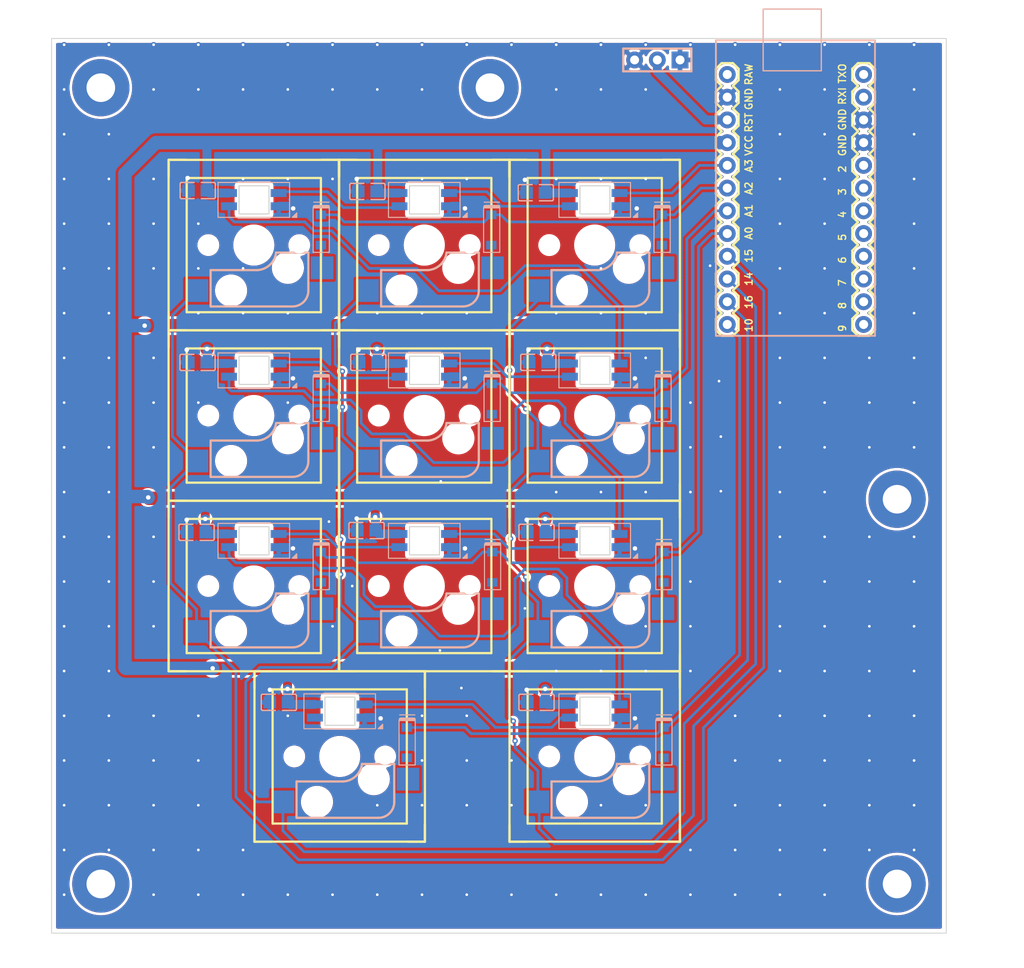
<source format=kicad_pcb>
(kicad_pcb (version 20211014) (generator pcbnew)
  (layers (0 "F.Cu" signal) (31 "B.Cu" signal) (34 "B.Paste" user) (35 "F.Paste" user) (36 "B.SilkS" user "B.Silkscreen") (37 "F.SilkS" user "F.Silkscreen") (38 "B.Mask" user) (39 "F.Mask" user) (44 "Edge.Cuts" user))
  (net 0 "")
  (net 1 "GND")
  (net 2 "+5V")
  (net 3 "row0")
  (net 4 "Net-(D1-Pad2)")
  (net 5 "Net-(D2-Pad2)")
  (net 6 "Net-(D3-Pad2)")
  (net 7 "row1")
  (net 8 "Net-(D4-Pad2)")
  (net 9 "Net-(D5-Pad2)")
  (net 10 "Net-(D6-Pad2)")
  (net 11 "row2")
  (net 12 "Net-(D7-Pad2)")
  (net 13 "Net-(D8-Pad2)")
  (net 14 "Net-(D9-Pad2)")
  (net 15 "row3")
  (net 16 "Net-(D10-Pad2)")
  (net 17 "Net-(D11-Pad2)")
  (net 18 "/reset")
  (net 19 "RGB")
  (net 20 "col2")
  (net 21 "col1")
  (net 22 "col0")
  (net 31 "Net-(SW1-Pad2)")
  (net 32 "Net-(SW1-Pad6)")
  (net 33 "Net-(SW2-Pad6)")
  (net 34 "Net-(SW4-Pad2)")
  (net 35 "Net-(SW4-Pad6)")
  (net 36 "Net-(SW5-Pad6)")
  (net 37 "Net-(SW11-Pad6)")
  (net 38 "Net-(SW7-Pad6)")
  (net 39 "Net-(SW8-Pad6)")
  (net 41 "Net-(SW10-Pad6)")
  (footprint "kicad_lceda:凯华轴座+3528反贴灯" (layer "F.Cu") (at 47.703816 -47.853828)
    (fp_text reference "SW6")
    (fp_text value "lceda")
    (fp_rect (start -1.65 -6.63) (end 1.7 -3.48) (layer "Edge.Cuts") (width 0.12) (fill none))
  )
  (footprint "MountingHole:MountingHole_3.2mm_M3_Pad" (layer "F.Cu") (at -7.5 4.5)
    (fp_text reference "REF**" hide)
    (fp_text value "MountingHole_3.2mm_M3_Pad")
  )
  (footprint "kicad_lceda:凯华轴座+3528反贴灯" (layer "F.Cu") (at 47.703816 -66.905352)
    (fp_text reference "SW3")
    (fp_text value "lceda")
    (fp_rect (start -1.65 -6.63) (end 1.7 -3.48) (layer "Edge.Cuts") (width 0.12) (fill none))
  )
  (footprint "MountingHole:MountingHole_3.2mm_M3_Pad" (layer "F.Cu") (at 36 -84.5)
    (fp_text reference "REF**" hide)
    (fp_text value "MountingHole_3.2mm_M3_Pad")
  )
  (footprint "MountingHole:MountingHole_3.2mm_M3_Pad" (layer "F.Cu") (at 81.5 -38.5)
    (fp_text reference "REF**" hide)
    (fp_text value "MountingHole_3.2mm_M3_Pad")
  )
  (footprint "kicad_lceda:凯华轴座+3528反贴灯" (layer "F.Cu") (at 9.600768 -47.853828)
    (fp_text reference "SW4")
    (fp_text value "lceda")
    (fp_rect (start -1.65 -6.63) (end 1.7 -3.48) (layer "Edge.Cuts") (width 0.12) (fill none))
  )
  (footprint "kicad_lceda:凯华轴座+3528反贴灯" (layer "F.Cu") (at 9.600768 -66.905352)
    (fp_text reference "SW1")
    (fp_text value "lceda")
    (fp_rect (start -1.65 -6.63) (end 1.7 -3.48) (layer "Edge.Cuts") (width 0.12) (fill none))
  )
  (footprint "kicad_lceda:凯华轴座+3528反贴灯" (layer "F.Cu") (at 28.652292 -66.905352)
    (fp_text reference "SW2")
    (fp_text value "lceda")
    (fp_rect (start -1.65 -6.63) (end 1.7 -3.48) (layer "Edge.Cuts") (width 0.12) (fill none))
  )
  (footprint "MountingHole:MountingHole_3.2mm_M3_Pad" (layer "F.Cu") (at 81.5 4.5)
    (fp_text reference "REF**" hide)
    (fp_text value "MountingHole_3.2mm_M3_Pad")
  )
  (footprint "kicad_lceda:凯华轴座+3528反贴灯" (layer "F.Cu") (at 28.652292 -47.853828)
    (fp_text reference "SW5")
    (fp_text value "lceda")
    (fp_rect (start -1.65 -6.63) (end 1.7 -3.48) (layer "Edge.Cuts") (width 0.12) (fill none))
  )
  (footprint "kicad_lceda:凯华轴座+3528反贴灯" (layer "F.Cu") (at 9.600768 -28.802304)
    (fp_text reference "SW7")
    (fp_text value "lceda")
    (fp_rect (start -1.65 -6.63) (end 1.7 -3.48) (layer "Edge.Cuts") (width 0.12) (fill none))
  )
  (footprint "kicad_lceda:凯华轴座+3528反贴灯" (layer "F.Cu") (at 47.703816 -28.802304)
    (fp_text reference "SW9")
    (fp_text value "lceda")
    (fp_rect (start -1.65 -6.63) (end 1.7 -3.48) (layer "Edge.Cuts") (width 0.12) (fill none))
  )
  (footprint "kicad_lceda:凯华轴座+3528反贴灯" (layer "F.Cu") (at 47.703816 -9.75078)
    (fp_text reference "SW11")
    (fp_text value "lceda")
    (fp_rect (start -1.65 -6.63) (end 1.7 -3.48) (layer "Edge.Cuts") (width 0.12) (fill none))
  )
  (footprint "kicad_lceda:凯华轴座+3528反贴灯" (layer "F.Cu") (at 19.201536 -9.75078)
    (fp_text reference "SW10")
    (fp_text value "lceda")
    (fp_rect (start -1.65 -6.63) (end 1.7 -3.48) (layer "Edge.Cuts") (width 0.12) (fill none))
  )
  (footprint "kicad_lceda:凯华轴座+3528反贴灯" (layer "F.Cu") (at 28.652292 -28.802304)
    (fp_text reference "SW8")
    (fp_text value "lceda")
    (fp_rect (start -1.65 -6.63) (end 1.7 -3.48) (layer "Edge.Cuts") (width 0.12) (fill none))
  )
  (footprint "MountingHole:MountingHole_3.2mm_M3_Pad" (layer "F.Cu") (at -7.5 -84.5)
    (fp_text reference "REF**" hide)
    (fp_text value "MountingHole_3.2mm_M3_Pad")
  )
  (footprint "kicad_lceda:SOD-123_L2.8-W1.8-LS3.7-RD" (layer "B.Cu") (at 55.2 -68.6 -90)
    (fp_text reference "D3")
    (fp_text value "1N4148W")
  )
  (footprint "kicad_lceda:C0805" (layer "B.Cu") (at 22.4 -53.8)
    (fp_text reference "C5")
    (fp_text value "100n")
  )
  (footprint "kicad_lceda:C0805" (layer "B.Cu") (at 3.31 -53.79)
    (fp_text reference "C4")
    (fp_text value "100n")
  )
  (footprint "kicad_lceda:C0805" (layer "B.Cu") (at 22.2 -35)
    (fp_text reference "C8")
    (fp_text value "100n")
  )
  (footprint "kicad_lceda:SOD-123_L2.8-W1.8-LS3.7-RD" (layer "B.Cu") (at 55.4 -30.9 -90)
    (fp_text reference "D9")
    (fp_text value "1N4148W")
  )
  (footprint "kicad_lceda:SOD-123_L2.8-W1.8-LS3.7-RD" (layer "B.Cu") (at 17.1 -49.7 -90)
    (fp_text reference "D4")
    (fp_text value "1N4148W")
  )
  (footprint "kicad_lceda:SOD-123_L2.8-W1.8-LS3.7-RD" (layer "B.Cu") (at 17.1 -30.9 -90)
    (fp_text reference "D7")
    (fp_text value "1N4148W")
  )
  (footprint "kicad_lceda:排针3P" (layer "B.Cu") (at 54.7 -87.6 180)
    (fp_text reference "J1")
    (fp_text value "lceda")
  )
  (footprint "kicad_lceda:C0805" (layer "B.Cu") (at 41.12 -72.76)
    (fp_text reference "C3")
    (fp_text value "100n")
  )
  (footprint "kicad_lceda:SOD-123_L2.8-W1.8-LS3.7-RD" (layer "B.Cu") (at 36.2 -49.7 -90)
    (fp_text reference "D5")
    (fp_text value "1N4148W")
  )
  (footprint "kicad_lceda:C0805" (layer "B.Cu") (at 3.2 -34.8)
    (fp_text reference "C7")
    (fp_text value "100n")
  )
  (footprint "kicad_lceda:C0805" (layer "B.Cu") (at 3.33 -73)
    (fp_text reference "C1")
    (fp_text value "100n")
  )
  (footprint "kicad_lceda:C0805" (layer "B.Cu") (at 12.4 -15.8)
    (fp_text reference "C10")
    (fp_text value "100n")
  )
  (footprint "kicad_lceda:SOD-123_L2.8-W1.8-LS3.7-RD" (layer "B.Cu") (at 55.3 -49.7 -90)
    (fp_text reference "D6")
    (fp_text value "1N4148W")
  )
  (footprint "kicad_lceda:SOD-123_L2.8-W1.8-LS3.7-RD" (layer "B.Cu") (at 55.4 -11.3 -90)
    (fp_text reference "D11")
    (fp_text value "1N4148W")
  )
  (footprint "kicad_lceda:C0805" (layer "B.Cu") (at 22.3 -72.9)
    (fp_text reference "C2")
    (fp_text value "100n")
  )
  (footprint "kicad_lceda:SOD-123_L2.8-W1.8-LS3.7-RD" (layer "B.Cu") (at 36.25 -30.9 -90)
    (fp_text reference "D8")
    (fp_text value "1N4148W")
  )
  (footprint "kicad_lceda:C0805" (layer "B.Cu") (at 41.2 -34.8)
    (fp_text reference "C9")
    (fp_text value "100n")
  )
  (footprint "kicad_lceda:SOD-123_L2.8-W1.8-LS3.7-RD" (layer "B.Cu") (at 17.1 -68.6 -90)
    (fp_text reference "D1")
    (fp_text value "1N4148W")
  )
  (footprint "kicad_lceda:SOD-123_L2.8-W1.8-LS3.7-RD" (layer "B.Cu") (at 36.15 -68.6 -90)
    (fp_text reference "D2")
    (fp_text value "1N4148W")
  )
  (footprint "kicad_lceda:C0805" (layer "B.Cu") (at 41.4 -53.8)
    (fp_text reference "C6")
    (fp_text value "100n")
  )
  (footprint "kicad_lceda:C0805" (layer "B.Cu") (at 41.2 -15.8)
    (fp_text reference "C11")
    (fp_text value "100n")
  )
  (footprint "kicad_lceda:Arduino_PRO_MICRO" (layer "B.Cu") (at 79.0285 -89.786 180)
    (fp_text reference "P1")
    (fp_text value "Pro_Micro_-_5V")
  )
  (footprint "kicad_lceda:SOD-123_L2.8-W1.8-LS3.7-RD" (layer "B.Cu") (at 26.7 -11.3 -90)
    (fp_text reference "D10")
    (fp_text value "1N4148W")
  )
  (gr_rect (start -13 10) (end 87 -90) (layer "Edge.Cuts") (width 0.1) (fill none))
  (via (at 8.4 -59.3) (size 0.6) (drill 0.3) (layers "F.Cu" "B.Cu") (net 1))
  (via (at 58.4 5.7) (size 0.6) (drill 0.3) (layers "F.Cu" "B.Cu") (net 1))
  (via (at 83.4 -29.3) (size 0.6) (drill 0.3) (layers "F.Cu" "B.Cu") (net 1))
  (via (at -11.6 -79.3) (size 0.6) (drill 0.3) (layers "F.Cu" "B.Cu") (net 1))
  (via (at 63.4 -9.3) (size 0.6) (drill 0.3) (layers "F.Cu" "B.Cu") (net 1))
  (via (at -6.6 -69.3) (size 0.6) (drill 0.3) (layers "F.Cu" "B.Cu") (net 1))
  (via (at -1.6 -84.3) (size 0.6) (drill 0.3) (layers "F.Cu" "B.Cu") (net 1))
  (via (at 13.4 5.7) (size 0.6) (drill 0.3) (layers "F.Cu" "B.Cu") (net 1))
  (via (at 83.4 0.7) (size 0.6) (drill 0.3) (layers "F.Cu" "B.Cu") (net 1))
  (via (at 28.4 -59.3) (size 0.6) (drill 0.3) (layers "F.Cu" "B.Cu") (net 1))
  (via (at 78.4 -9.3) (size 0.6) (drill 0.3) (layers "F.Cu" "B.Cu") (net 1))
  (via (at 33.4 -9.3) (size 0.6) (drill 0.3) (layers "F.Cu" "B.Cu") (net 1))
  (via (at 68.4 -39.3) (size 0.6) (drill 0.3) (layers "F.Cu" "B.Cu") (net 1))
  (via (at 58.4 -39.3) (size 0.6) (drill 0.3) (layers "F.Cu" "B.Cu") (net 1))
  (via (at 61.6 -51.7) (size 0.6) (drill 0.3) (layers "F.Cu" "B.Cu") (net 1))
  (via (at 53.4 -74.3) (size 0.6) (drill 0.3) (layers "F.Cu" "B.Cu") (net 1))
  (via (at 83.4 -59.3) (size 0.6) (drill 0.3) (layers "F.Cu" "B.Cu") (net 1))
  (via (at 33.4 -4.3) (size 0.6) (drill 0.3) (layers "F.Cu" "B.Cu") (net 1))
  (via (at 28.4 -4.3) (size 0.6) (drill 0.3) (layers "F.Cu" "B.Cu") (net 1))
  (via (at 68.4 -49.3) (size 0.6) (drill 0.3) (layers "F.Cu" "B.Cu") (net 1))
  (via locked (at 33.175184 -52.006696) (size 1) (drill 0.5) (layers "F.Cu" "B.Cu") (net 1))
  (via (at 18.4 -74.3) (size 0.6) (drill 0.3) (layers "F.Cu" "B.Cu") (net 1))
  (via (at -11.6 0.7) (size 0.6) (drill 0.3) (layers "F.Cu" "B.Cu") (net 1))
  (via (at 83.4 -24.3) (size 0.6) (drill 0.3) (layers "F.Cu" "B.Cu") (net 1))
  (via (at 13.4 -59.3) (size 0.6) (drill 0.3) (layers "F.Cu" "B.Cu") (net 1))
  (via (at 3.4 5.7) (size 0.6) (drill 0.3) (layers "F.Cu" "B.Cu") (net 1))
  (via (at 3.4 -84.3) (size 0.6) (drill 0.3) (layers "F.Cu" "B.Cu") (net 1))
  (via locked (at 11.4 -17.2) (size 1) (drill 0.5) (layers "F.Cu" "B.Cu") (net 1))
  (via (at 68.4 -54.3) (size 0.6) (drill 0.3) (layers "F.Cu" "B.Cu") (net 1))
  (via (at 63.4 5.7) (size 0.6) (drill 0.3) (layers "F.Cu" "B.Cu") (net 1))
  (via (at 58.4 -24.3) (size 0.6) (drill 0.3) (layers "F.Cu" "B.Cu") (net 1))
  (via (at -1.6 -4.3) (size 0.6) (drill 0.3) (layers "F.Cu" "B.Cu") (net 1))
  (via (at 83.4 -44.3) (size 0.6) (drill 0.3) (layers "F.Cu" "B.Cu") (net 1))
  (via (at 8.4 5.7) (size 0.6) (drill 0.3) (layers "F.Cu" "B.Cu") (net 1))
  (via (at 83.4 -19.3) (size 0.6) (drill 0.3) (layers "F.Cu" "B.Cu") (net 1))
  (via (at 68.4 -24.3) (size 0.6) (drill 0.3) (layers "F.Cu" "B.Cu") (net 1))
  (via (at 73.4 -4.3) (size 0.6) (drill 0.3) (layers "F.Cu" "B.Cu") (net 1))
  (via (at 73.4 -9.3) (size 0.6) (drill 0.3) (layers "F.Cu" "B.Cu") (net 1))
  (via (at 53.4 -39.3) (size 0.6) (drill 0.3) (layers "F.Cu" "B.Cu") (net 1))
  (via (at 8.4 -74.3) (size 0.6) (drill 0.3) (layers "F.Cu" "B.Cu") (net 1))
  (via (at 73.4 -59.3) (size 0.6) (drill 0.3) (layers "F.Cu" "B.Cu") (net 1))
  (via (at 83.4 -4.3) (size 0.6) (drill 0.3) (layers "F.Cu" "B.Cu") (net 1))
  (via (at 73.4 -74.3) (size 0.6) (drill 0.3) (layers "F.Cu" "B.Cu") (net 1))
  (via (at 60.6 -64.6) (size 0.6) (drill 0.3) (layers "F.Cu" "B.Cu") (net 1))
  (via (at -6.6 -39.3) (size 0.6) (drill 0.3) (layers "F.Cu" "B.Cu") (net 1))
  (via (at 48.4 -74.3) (size 0.6) (drill 0.3) (layers "F.Cu" "B.Cu") (net 1))
  (via (at -1.6 -44.3) (size 0.6) (drill 0.3) (layers "F.Cu" "B.Cu") (net 1))
  (via (at -1.6 -69.3) (size 0.6) (drill 0.3) (layers "F.Cu" "B.Cu") (net 1))
  (via locked (at 2.1 -55.2) (size 1) (drill 0.5) (layers "F.Cu" "B.Cu") (net 1))
  (via (at 63.4 0.7) (size 0.6) (drill 0.3) (layers "F.Cu" "B.Cu") (net 1))
  (via (at -11.6 -44.3) (size 0.6) (drill 0.3) (layers "F.Cu" "B.Cu") (net 1))
  (via (at 53.4 -84.3) (size 0.6) (drill 0.3) (layers "F.Cu" "B.Cu") (net 1))
  (via (at 73.4 5.7) (size 0.6) (drill 0.3) (layers "F.Cu" "B.Cu") (net 1))
  (via (at 28.4 -74.3) (size 0.6) (drill 0.3) (layers "F.Cu" "B.Cu") (net 1))
  (via (at 33.4 -74.3) (size 0.6) (drill 0.3) (layers "F.Cu" "B.Cu") (net 1))
  (via (at 73.4 -49.3) (size 0.6) (drill 0.3) (layers "F.Cu" "B.Cu") (net 1))
  (via (at -6.6 -89.3) (size 0.6) (drill 0.3) (layers "F.Cu" "B.Cu") (net 1))
  (via (at -6.6 -34.3) (size 0.6) (drill 0.3) (layers "F.Cu" "B.Cu") (net 1))
  (via (at 68.4 -4.3) (size 0.6) (drill 0.3) (layers "F.Cu" "B.Cu") (net 1))
  (via (at -11.6 5.7) (size 0.6) (drill 0.3) (layers "F.Cu" "B.Cu") (net 1))
  (via locked (at 2.1 -36.2) (size 1) (drill 0.5) (layers "F.Cu" "B.Cu") (net 1))
  (via (at 3.4 0.7) (size 0.6) (drill 0.3) (layers "F.Cu" "B.Cu") (net 1))
  (via (at 23.4 -89.3) (size 0.6) (drill 0.3) (layers "F.Cu" "B.Cu") (net 1))
  (via (at -6.6 -44.3) (size 0.6) (drill 0.3) (layers "F.Cu" "B.Cu") (net 1))
  (via (at 3.4 -4.3) (size 0.6) (drill 0.3) (layers "F.Cu" "B.Cu") (net 1))
  (via (at -11.6 -14.3) (size 0.6) (drill 0.3) (layers "F.Cu" "B.Cu") (net 1))
  (via (at 58.4 -44.3) (size 0.6) (drill 0.3) (layers "F.Cu" "B.Cu") (net 1))
  (via locked (at 30.5 -40.5) (size 0.6) (drill 0.3) (layers "F.Cu" "B.Cu") (net 1))
  (via (at 83.4 -69.3) (size 0.6) (drill 0.3) (layers "F.Cu" "B.Cu") (net 1))
  (via (at -11.6 -54.3) (size 0.6) (drill 0.3) (layers "F.Cu" "B.Cu") (net 1))
  (via (at -11.6 -84.3) (size 0.6) (drill 0.3) (layers "F.Cu" "B.Cu") (net 1))
  (via (at 68.4 -14.3) (size 0.6) (drill 0.3) (layers "F.Cu" "B.Cu") (net 1))
  (via (at 43.4 -39.3) (size 0.6) (drill 0.3) (layers "F.Cu" "B.Cu") (net 1))
  (via (at 23.4 -4.3) (size 0.6) (drill 0.3) (layers "F.Cu" "B.Cu") (net 1))
  (via (at 53.4 -24.3) (size 0.6) (drill 0.3) (layers "F.Cu" "B.Cu") (net 1))
  (via (at -11.6 -24.3) (size 0.6) (drill 0.3) (layers "F.Cu" "B.Cu") (net 1))
  (via (at 33.4 -89.3) (size 0.6) (drill 0.3) (layers "F.Cu" "B.Cu") (net 1))
  (via locked (at 40.1 -36.2) (size 1) (drill 0.5) (layers "F.Cu" "B.Cu") (net 1))
  (via (at 68.4 -29.3) (size 0.6) (drill 0.3) (layers "F.Cu" "B.Cu") (net 1))
  (via locked (at 14 -71) (size 1) (drill 0.5) (layers "F.Cu" "B.Cu") (net 1))
  (via (at -6.6 -74.3) (size 0.6) (drill 0.3) (layers "F.Cu" "B.Cu") (net 1))
  (via (at -6.6 -49.3) (size 0.6) (drill 0.3) (layers "F.Cu" "B.Cu") (net 1))
  (via (at 68.4 -74.3) (size 0.6) (drill 0.3) (layers "F.Cu" "B.Cu") (net 1))
  (via (at 33.4 -14.3) (size 0.6) (drill 0.3) (layers "F.Cu" "B.Cu") (net 1))
  (via (at 3.4 -59.3) (size 0.6) (drill 0.3) (layers "F.Cu" "B.Cu") (net 1))
  (via (at 32.8 -17.4) (size 0.6) (drill 0.3) (layers "F.Cu" "B.Cu") (net 1))
  (via (at 61.8 -39.4) (size 0.6) (drill 0.3) (layers "F.Cu" "B.Cu") (net 1))
  (via (at 8.4 0.7) (size 0.6) (drill 0.3) (layers "F.Cu" "B.Cu") (net 1))
  (via (at 83.4 -14.3) (size 0.6) (drill 0.3) (layers "F.Cu" "B.Cu") (net 1))
  (via (at 8.4 -64.3) (size 0.6) (drill 0.3) (layers "F.Cu" "B.Cu") (net 1))
  (via (at -1.6 -74.3) (size 0.6) (drill 0.3) (layers "F.Cu" "B.Cu") (net 1))
  (via (at -11.6 -34.3) (size 0.6) (drill 0.3) (layers "F.Cu" "B.Cu") (net 1))
  (via (at 3.4 -69.3) (size 0.6) (drill 0.3) (layers "F.Cu" "B.Cu") (net 1))
  (via (at 73.4 -54.3) (size 0.6) (drill 0.3) (layers "F.Cu" "B.Cu") (net 1))
  (via (at 78.4 -24.3) (size 0.6) (drill 0.3) (layers "F.Cu" "B.Cu") (net 1))
  (via (at 73.4 -44.3) (size 0.6) (drill 0.3) (layers "F.Cu" "B.Cu") (net 1))
  (via (at 68.4 -19.3) (size 0.6) (drill 0.3) (layers "F.Cu" "B.Cu") (net 1))
  (via (at 68.4 -44.3) (size 0.6) (drill 0.3) (layers "F.Cu" "B.Cu") (net 1))
  (via (at -1.6 -9.3) (size 0.6) (drill 0.3) (layers "F.Cu" "B.Cu") (net 1))
  (via (at 13.4 -84.3) (size 0.6) (drill 0.3) (layers "F.Cu" "B.Cu") (net 1))
  (via (at 48.4 -84.3) (size 0.6) (drill 0.3) (layers "F.Cu" "B.Cu") (net 1))
  (via (at -1.6 -29.3) (size 0.6) (drill 0.3) (layers "F.Cu" "B.Cu") (net 1))
  (via (at 53.4 -19.3) (size 0.6) (drill 0.3) (layers "F.Cu" "B.Cu") (net 1))
  (via (at 38.4 -89.3) (size 0.6) (drill 0.3) (layers "F.Cu" "B.Cu") (net 1))
  (via (at 78.4 -49.3) (size 0.6) (drill 0.3) (layers "F.Cu" "B.Cu") (net 1))
  (via (at 53.4 -59.3) (size 0.6) (drill 0.3) (layers "F.Cu" "B.Cu") (net 1))
  (via (at 53.4 5.7) (size 0.6) (drill 0.3) (layers "F.Cu" "B.Cu") (net 1))
  (via (at 68.4 -89.3) (size 0.6) (drill 0.3) (layers "F.Cu" "B.Cu") (net 1))
  (via locked (at 52.2 -52) (size 1) (drill 0.5) (layers "F.Cu" "B.Cu") (net 1))
  (via (at 18.4 -89.3) (size 0.6) (drill 0.3) (layers "F.Cu" "B.Cu") (net 1))
  (via (at 83.4 -49.3) (size 0.6) (drill 0.3) (layers "F.Cu" "B.Cu") (net 1))
  (via locked (at 21.3 -55.2) (size 1) (drill 0.5) (layers "F.Cu" "B.Cu") (net 1))
  (via (at -11.6 -59.3) (size 0.6) (drill 0.3) (layers "F.Cu" "B.Cu") (net 1))
  (via (at 3.4 -49.3) (size 0.6) (drill 0.3) (layers "F.Cu" "B.Cu") (net 1))
  (via (at 78.4 -14.3) (size 0.6) (drill 0.3) (layers "F.Cu" "B.Cu") (net 1))
  (via (at 23.4 5.7) (size 0.6) (drill 0.3) (layers "F.Cu" "B.Cu") (net 1))
  (via (at 61.8 -45.5) (size 0.6) (drill 0.3) (layers "F.Cu" "B.Cu") (net 1))
  (via (at 23.4 -84.3) (size 0.6) (drill 0.3) (layers "F.Cu" "B.Cu") (net 1))
  (via (at 13.4 -49.3) (size 0.6) (drill 0.3) (layers "F.Cu" "B.Cu") (net 1))
  (via (at 68.4 -34.3) (size 0.6) (drill 0.3) (layers "F.Cu" "B.Cu") (net 1))
  (via (at 68.4 0.7) (size 0.6) (drill 0.3) (layers "F.Cu" "B.Cu") (net 1))
  (via (at 78.4 -29.3) (size 0.6) (drill 0.3) (layers "F.Cu" "B.Cu") (net 1))
  (via (at 68.4 -59.3) (size 0.6) (drill 0.3) (layers "F.Cu" "B.Cu") (net 1))
  (via (at 43.4 -74.3) (size 0.6) (drill 0.3) (layers "F.Cu" "B.Cu") (net 1))
  (via (at -6.6 -19.3) (size 0.6) (drill 0.3) (layers "F.Cu" "B.Cu") (net 1))
  (via locked (at 52.4 -71) (size 1) (drill 0.5) (layers "F.Cu" "B.Cu") (net 1))
  (via (at 73.4 -19.3) (size 0.6) (drill 0.3) (layers "F.Cu" "B.Cu") (net 1))
  (via locked (at 39.9 -74.2) (size 1) (drill 0.5) (layers "F.Cu" "B.Cu") (net 1))
  (via (at 38.4 -4.3) (size 0.6) (drill 0.3) (layers "F.Cu" "B.Cu") (net 1))
  (via (at 78.4 -89.3) (size 0.6) (drill 0.3) (layers "F.Cu" "B.Cu") (net 1))
  (via (at 73.4 -29.3) (size 0.6) (drill 0.3) (layers "F.Cu" "B.Cu") (net 1))
  (via (at 73.4 -24.3) (size 0.6) (drill 0.3) (layers "F.Cu" "B.Cu") (net 1))
  (via (at 43.4 -89.3) (size 0.6) (drill 0.3) (layers "F.Cu" "B.Cu") (net 1))
  (via (at 68.4 -69.3) (size 0.6) (drill 0.3) (layers "F.Cu" "B.Cu") (net 1))
  (via (at 78.4 -34.3) (size 0.6) (drill 0.3) (layers "F.Cu" "B.Cu") (net 1))
  (via (at 83.4 -74.3) (size 0.6) (drill 0.3) (layers "F.Cu" "B.Cu") (net 1))
  (via (at 18.4 -24.3) (size 0.6) (drill 0.3) (layers "F.Cu" "B.Cu") (net 1))
  (via (at 83.4 -84.3) (size 0.6) (drill 0.3) (layers "F.Cu" "B.Cu") (net 1))
  (via (at -1.6 -24.3) (size 0.6) (drill 0.3) (layers "F.Cu" "B.Cu") (net 1))
  (via (at 78.4 -44.3) (size 0.6) (drill 0.3) (layers "F.Cu" "B.Cu") (net 1))
  (via (at 28.4 -14.3) (size 0.6) (drill 0.3) (layers "F.Cu" "B.Cu") (net 1))
  (via (at 73.4 -64.3) (size 0.6) (drill 0.3) (layers "F.Cu" "B.Cu") (net 1))
  (via (at 83.4 -64.3) (size 0.6) (drill 0.3) (layers "F.Cu" "B.Cu") (net 1))
  (via (at -11.6 -89.3) (size 0.6) (drill 0.3) (layers "F.Cu" "B.Cu") (net 1))
  (via (at 83.4 -9.3) (size 0.6) (drill 0.3) (layers "F.Cu" "B.Cu") (net 1))
  (via (at 3.4 -14.3) (size 0.6) (drill 0.3) (layers "F.Cu" "B.Cu") (net 1))
  (via locked (at 2.2 -74.4) (size 1) (drill 0.5) (layers "F.Cu" "B.Cu") (net 1))
  (via (at -1.6 -34.3) (size 0.6) (drill 0.3) (layers "F.Cu" "B.Cu") (net 1))
  (via (at 58.4 0.7) (size 0.6) (drill 0.3) (layers "F.Cu" "B.Cu") (net 1))
  (via (at 73.4 -89.3) (size 0.6) (drill 0.3) (layers "F.Cu" "B.Cu") (net 1))
  (via (at 3.4 -9.3) (size 0.6) (drill 0.3) (layers "F.Cu" "B.Cu") (net 1))
  (via (at -6.6 0.7) (size 0.6) (drill 0.3) (layers "F.Cu" "B.Cu") (net 1))
  (via (at 68.4 -79.3) (size 0.6) (drill 0.3) (layers "F.Cu" "B.Cu") (net 1))
  (via (at 73.4 -84.3) (size 0.6) (drill 0.3) (layers "F.Cu" "B.Cu") (net 1))
  (via (at 68.4 -9.3) (size 0.6) (drill 0.3) (layers "F.Cu" "B.Cu") (net 1))
  (via (at 43.4 -84.3) (size 0.6) (drill 0.3) (layers "F.Cu" "B.Cu") (net 1))
  (via (at 48.4 5.7) (size 0.6) (drill 0.3) (layers "F.Cu" "B.Cu") (net 1))
  (via locked (at 40.3 -55.2) (size 1) (drill 0.5) (layers "F.Cu" "B.Cu") (net 1))
  (via (at 73.4 -39.3) (size 0.6) (drill 0.3) (layers "F.Cu" "B.Cu") (net 1))
  (via locked (at 23.775184 -14.006696) (size 1) (drill 0.5) (layers "F.Cu" "B.Cu") (net 1))
  (via (at 78.4 0.7) (size 0.6) (drill 0.3) (layers "F.Cu" "B.Cu") (net 1))
  (via (at 33.4 -59.3) (size 0.6) (drill 0.3) (layers "F.Cu" "B.Cu") (net 1))
  (via (at 63.4 -14.3) (size 0.6) (drill 0.3) (layers "F.Cu" "B.Cu") (net 1))
  (via (at -11.6 -39.3) (size 0.6) (drill 0.3) (layers "F.Cu" "B.Cu") (net 1))
  (via (at 28.4 -9.3) (size 0.6) (drill 0.3) (layers "F.Cu" "B.Cu") (net 1))
  (via (at 38.4 5.7) (size 0.6) (drill 0.3) (layers "F.Cu" "B.Cu") (net 1))
  (via (at 68.4 5.7) (size 0.6) (drill 0.3) (layers "F.Cu" "B.Cu") (net 1))
  (via locked (at 33.2 -33) (size 1) (drill 0.5) (layers "F.Cu" "B.Cu") (net 1))
  (via (at 63.4 -89.3) (size 0.6) (drill 0.3) (layers "F.Cu" "B.Cu") (net 1))
  (via (at 13.4 -14.3) (size 0.6) (drill 0.3) (layers "F.Cu" "B.Cu") (net 1))
  (via locked (at 20.6 -28.8) (size 0.6) (drill 0.3) (layers "F.Cu" "B.Cu") (net 1))
  (via (at 53.4 -54.3) (size 0.6) (drill 0.3) (layers "F.Cu" "B.Cu") (net 1))
  (via (at 28.4 -89.3) (size 0.6) (drill 0.3) (layers "F.Cu" "B.Cu") (net 1))
  (via (at 43.4 -19.3) (size 0.6) (drill 0.3) (layers "F.Cu" "B.Cu") (net 1))
  (via (at 13.4 -89.3) (size 0.6) (drill 0.3) (layers "F.Cu" "B.Cu") (net 1))
  (via (at 83.4 -54.3) (size 0.6) (drill 0.3) (layers "F.Cu" "B.Cu") (net 1))
  (via (at 58.4 -29.3) (size 0.6) (drill 0.3) (layers "F.Cu" "B.Cu") (net 1))
  (via (at -11.6 -9.3) (size 0.6) (drill 0.3) (layers "F.Cu" "B.Cu") (net 1))
  (via (at -11.6 -69.3) (size 0.6) (drill 0.3) (layers "F.Cu" "B.Cu") (net 1))
  (via (at 48.4 -4.3) (size 0.6) (drill 0.3) (layers "F.Cu" "B.Cu") (net 1))
  (via (at -6.6 -24.3) (size 0.6) (drill 0.3) (layers "F.Cu" "B.Cu") (net 1))
  (via (at 3.4 -89.3) (size 0.6) (drill 0.3) (layers "F.Cu" "B.Cu") (net 1))
  (via locked (at 40.1 -17.2) (size 1) (drill 0.5) (layers "F.Cu" "B.Cu") (net 1))
  (via (at -1.6 -49.3) (size 0.6) (drill 0.3) (layers "F.Cu" "B.Cu") (net 1))
  (via (at 58.4 -19.3) (size 0.6) (drill 0.3) (layers "F.Cu" "B.Cu") (net 1))
  (via locked (at 33.2 -71.006696) (size 1) (drill 0.5) (layers "F.Cu" "B.Cu") (net 1))
  (via (at 18.4 5.7) (size 0.6) (drill 0.3) (layers "F.Cu" "B.Cu") (net 1))
  (via (at 78.4 -4.3) (size 0.6) (drill 0.3) (layers "F.Cu" "B.Cu") (net 1))
  (via (at -1.6 -64.3) (size 0.6) (drill 0.3) (layers "F.Cu" "B.Cu") (net 1))
  (via (at -6.6 -64.3) (size 0.6) (drill 0.3) (layers "F.Cu" "B.Cu") (net 1))
  (via (at -1.6 5.7) (size 0.6) (drill 0.3) (layers "F.Cu" "B.Cu") (net 1))
  (via (at -11.6 -4.3) (size 0.6) (drill 0.3) (layers "F.Cu" "B.Cu") (net 1))
  (via (at 83.4 -79.3) (size 0.6) (drill 0.3) (layers "F.Cu" "B.Cu") (net 1))
  (via (at -11.6 -64.3) (size 0.6) (drill 0.3) (layers "F.Cu" "B.Cu") (net 1))
  (via (at 28.4 -84.3) (size 0.6) (drill 0.3) (layers "F.Cu" "B.Cu") (net 1))
  (via (at -6.6 -54.3) (size 0.6) (drill 0.3) (layers "F.Cu" "B.Cu") (net 1))
  (via (at 73.4 -69.3) (size 0.6) (drill 0.3) (layers "F.Cu" "B.Cu") (net 1))
  (via (at -11.6 -74.3) (size 0.6) (drill 0.3) (layers "F.Cu" "B.Cu") (net 1))
  (via (at 18.4 -84.3) (size 0.6) (drill 0.3) (layers "F.Cu" "B.Cu") (net 1))
  (via (at 53.4 -89.3) (size 0.6) (drill 0.3) (layers "F.Cu" "B.Cu") (net 1))
  (via (at 38.4 -9.3) (size 0.6) (drill 0.3) (layers "F.Cu" "B.Cu") (net 1))
  (via (at 73.4 -14.3) (size 0.6) (drill 0.3) (layers "F.Cu" "B.Cu") (net 1))
  (via (at -1.6 0.7) (size 0.6) (drill 0.3) (layers "F.Cu" "B.Cu") (net 1))
  (via (at 83.4 -89.3) (size 0.6) (drill 0.3) (layers "F.Cu" "B.Cu") (net 1))
  (via (at 78.4 -54.3) (size 0.6) (drill 0.3) (layers "F.Cu" "B.Cu") (net 1))
  (via (at -1.6 -54.3) (size 0.6) (drill 0.3) (layers "F.Cu" "B.Cu") (net 1))
  (via (at -11.6 -29.3) (size 0.6) (drill 0.3) (layers "F.Cu" "B.Cu") (net 1))
  (via (at 53.4 -4.3) (size 0.6) (drill 0.3) (layers "F.Cu" "B.Cu") (net 1))
  (via (at 48.4 -59.3) (size 0.6) (drill 0.3) (layers "F.Cu" "B.Cu") (net 1))
  (via (at 68.4 -64.3) (size 0.6) (drill 0.3) (layers "F.Cu" "B.Cu") (net 1))
  (via (at 3.4 -64.3) (size 0.6) (drill 0.3) (layers "F.Cu" "B.Cu") (net 1))
  (via (at 48.4 -39.3) (size 0.6) (drill 0.3) (layers "F.Cu" "B.Cu") (net 1))
  (via (at -6.6 -14.3) (size 0.6) (drill 0.3) (layers "F.Cu" "B.Cu") (net 1))
  (via (at 58.4 -49.3) (size 0.6) (drill 0.3) (layers "F.Cu" "B.Cu") (net 1))
  (via locked (at 52.2 -14.006696) (size 1) (drill 0.5) (layers "F.Cu" "B.Cu") (net 1))
  (via locked (at 39.9 -26.3) (size 0.6) (drill 0.3) (layers "F.Cu" "B.Cu") (net 1))
  (via locked (at 52.2 -33) (size 1) (drill 0.5) (layers "F.Cu" "B.Cu") (net 1))
  (via (at 73.4 -34.3) (size 0.6) (drill 0.3) (layers "F.Cu" "B.Cu") (net 1))
  (via locked (at 13.975184 -33.006696) (size 1) (drill 0.5) (layers "F.Cu" "B.Cu") (net 1))
  (via (at -6.6 -9.3) (size 0.6) (drill 0.3) (layers "F.Cu" "B.Cu") (net 1))
  (via (at 43.4 -59.3) (size 0.6) (drill 0.3) (layers "F.Cu" "B.Cu") (net 1))
  (via (at 33.4 5.7) (size 0.6) (drill 0.3) (layers "F.Cu" "B.Cu") (net 1))
  (via (at -11.6 -49.3) (size 0.6) (drill 0.3) (layers "F.Cu" "B.Cu") (net 1))
  (via (at -11.6 -19.3) (size 0.6) (drill 0.3) (layers "F.Cu" "B.Cu") (net 1))
  (via (at 68.4 -84.3) (size 0.6) (drill 0.3) (layers "F.Cu" "B.Cu") (net 1))
  (via (at -1.6 -14.3) (size 0.6) (drill 0.3) (layers "F.Cu" "B.Cu") (net 1))
  (via (at -6.6 -79.3) (size 0.6) (drill 0.3) (layers "F.Cu" "B.Cu") (net 1))
  (via (at 63.4 -4.3) (size 0.6) (drill 0.3) (layers "F.Cu" "B.Cu") (net 1))
  (via (at 8.4 -89.3) (size 0.6) (drill 0.3) (layers "F.Cu" "B.Cu") (net 1))
  (via locked (at 13.975184 -52.006696) (size 1) (drill 0.5) (layers "F.Cu" "B.Cu") (net 1))
  (via locked (at 21.1 -36.35) (size 1) (drill 0.5) (layers "F.Cu" "B.Cu") (net 1))
  (via (at 30.4 -21.6) (size 0.6) (drill 0.3) (layers "F.Cu" "B.Cu") (net 1))
  (via (at 58.4 -89.3) (size 0.6) (drill 0.3) (layers "F.Cu" "B.Cu") (net 1))
  (via (at -1.6 -89.3) (size 0.6) (drill 0.3) (layers "F.Cu" "B.Cu") (net 1))
  (via (at 48.4 -89.3) (size 0.6) (drill 0.3) (layers "F.Cu" "B.Cu") (net 1))
  (via (at 8.4 -84.3) (size 0.6) (drill 0.3) (layers "F.Cu" "B.Cu") (net 1))
  (via (at 73.4 -79.3) (size 0.6) (drill 0.3) (layers "F.Cu" "B.Cu") (net 1))
  (via (at 23.4 -59.3) (size 0.6) (drill 0.3) (layers "F.Cu" "B.Cu") (net 1))
  (via (at -6.6 -4.3) (size 0.6) (drill 0.3) (layers "F.Cu" "B.Cu") (net 1))
  (via (at 48.4 -64.3) (size 0.6) (drill 0.3) (layers "F.Cu" "B.Cu") (net 1))
  (via (at 73.4 0.7) (size 0.6) (drill 0.3) (layers "F.Cu" "B.Cu") (net 1))
  (via (at 83.4 -34.3) (size 0.6) (drill 0.3) (layers "F.Cu" "B.Cu") (net 1))
  (via (at 28.4 5.7) (size 0.6) (drill 0.3) (layers "F.Cu" "B.Cu") (net 1))
  (via (at 48.4 -19.3) (size 0.6) (drill 0.3) (layers "F.Cu" "B.Cu") (net 1))
  (via (at 13.4 -74.3) (size 0.6) (drill 0.3) (layers "F.Cu" "B.Cu") (net 1))
  (via (at -6.6 -59.3) (size 0.6) (drill 0.3) (layers "F.Cu" "B.Cu") (net 1))
  (via (at 43.4 5.7) (size 0.6) (drill 0.3) (layers "F.Cu" "B.Cu") (net 1))
  (via (at -6.6 -29.3) (size 0.6) (drill 0.3) (layers "F.Cu" "B.Cu") (net 1))
  (via (at 78.4 -19.3) (size 0.6) (drill 0.3) (layers "F.Cu" "B.Cu") (net 1))
  (via locked (at 21.1 -74.3) (size 1) (drill 0.5) (layers "F.Cu" "B.Cu") (net 1))
  (via locked (at 18 -36) (size 0.6) (drill 0.3) (layers "F.Cu" "B.Cu") (net 1))
  (segment (start 40.4 -53.8) (end 40.4 -55.1) (width 1) (layer "B.Cu") (net 1))
  (segment (start 50.521168 -71.2) (end 52.2 -71.2) (width 1) (layer "B.Cu") (net 1))
  (segment (start 21.972536 -14.09178) (end 23.676708 -14.09178) (width 1) (layer "B.Cu") (net 1))
  (segment (start 21.2 -72.9) (end 21.2 -74.2) (width 1) (layer "B.Cu") (net 1))
  (segment (start 40.17 -17.13) (end 40.1 -17.2) (width 0.5) (layer "B.Cu") (net 1))
  (segment (start 50.474816 -71.246352) (end 50.521168 -71.2) (width 1) (layer "B.Cu") (net 1))
  (segment (start 13.77366 -52.194828) (end 13.968488 -52) (width 1) (layer "B.Cu") (net 1))
  (segment (start 32.960344 -71.246352) (end 31.673292 -71.246352) (width 1) (layer "B.Cu") (net 1))
  (segment (start 31.423292 -52.194828) (end 32.97366 -52.194828) (width 1) (layer "B.Cu") (net 1))
  (segment (start 2.2 -53.8) (end 2.2 -55.1) (width 1) (layer "B.Cu") (net 1))
  (segment (start 2.3 -73) (end 2.3 -74.3) (width 1) (layer "B.Cu") (net 1))
  (segment (start 32.97366 -52.194828) (end 33.168488 -52) (width 1) (layer "B.Cu") (net 1))
  (segment (start 2.3 -74.3) (end 2.2 -74.4) (width 0.5) (layer "B.Cu") (net 1))
  (segment (start 40.2 -34.8) (end 40.2 -36.1) (width 1) (layer "B.Cu") (net 1))
  (segment (start 31.423292 -33.143304) (end 31.466596 -33.1) (width 1) (layer "B.Cu") (net 1))
  (segment (start 21.2 -34.95) (end 21.2 -36.25) (width 1) (layer "B.Cu") (net 1))
  (segment (start 31.466596 -33.1) (end 33.086608 -33.1) (width 1) (layer "B.Cu") (net 1))
  (segment (start 40.17 -15.8) (end 40.17 -17.13) (width 1) (layer "B.Cu") (net 1))
  (segment (start 11.37 -15.8) (end 11.37 -17.17) (width 1) (layer "B.Cu") (net 1))
  (segment (start 50.474816 -52.194828) (end 50.519644 -52.15) (width 1) (layer "B.Cu") (net 1))
  (segment (start 40 -72.8) (end 40 -74.1) (width 1) (layer "B.Cu") (net 1))
  (segment (start 33.086608 -33.1) (end 33.193304 -32.993304) (width 1) (layer "B.Cu") (net 1))
  (segment (start 2.2 -34.8) (end 2.2 -36.1) (width 1) (layer "B.Cu") (net 1))
  (segment (start 11.37 -17.17) (end 11.4 -17.2) (width 0.5) (layer "B.Cu") (net 1))
  (segment (start 12.371768 -52.194828) (end 13.77366 -52.194828) (width 1) (layer "B.Cu") (net 1))
  (segment (start 52.303648 -71.096352) (end 52.4 -71) (width 0.5) (layer "B.Cu") (net 1))
  (segment (start 12.5 -33.1) (end 13.868488 -33.1) (width 1) (layer "B.Cu") (net 1))
  (segment (start 52.043304 -33.143304) (end 52.193304 -32.993304) (width 1) (layer "B.Cu") (net 1))
  (segment (start 50.474816 -14.09178) (end 52.101524 -14.09178) (width 1) (layer "B.Cu") (net 1))
  (segment (start 52.2 -71.2) (end 52.303648 -71.096352) (width 1) (layer "B.Cu") (net 1))
  (segment (start 21.4 -53.8) (end 21.4 -55.1) (width 1) (layer "B.Cu") (net 1))
  (segment (start 13.868488 -33.1) (end 13.968488 -33) (width 1) (layer "B.Cu") (net 1))
  (segment (start 52.193304 -32.993304) (end 52.2 -33) (width 0.5) (layer "B.Cu") (net 1))
  (segment (start 50.519644 -52.15) (end 52.036608 -52.15) (width 1) (layer "B.Cu") (net 1))
  (segment (start 23.676708 -14.09178) (end 23.768488 -14) (width 1) (layer "B.Cu") (net 1))
  (segment (start 14 -71) (end 13.753648 -71.246352) (width 1) (layer "B.Cu") (net 1))
  (segment (start 13.753648 -71.246352) (end 12.371768 -71.246352) (width 1) (layer "B.Cu") (net 1))
  (segment (start 52.101524 -14.09178) (end 52.193304 -14) (width 1) (layer "B.Cu") (net 1))
  (segment (start 52.036608 -52.15) (end 52.193304 -51.993304) (width 1) (layer "B.Cu") (net 1))
  (segment (start 50.474816 -33.143304) (end 52.043304 -33.143304) (width 1) (layer "B.Cu") (net 1))
  (segment (start 33.2 -71.006696) (end 32.960344 -71.246352) (width 1) (layer "B.Cu") (net 1))
  (segment (start 3.9 -38.6) (end 23.2 -38.6) (width 1.5) (layer "F.Cu") (net 2))
  (segment (start -2.6 -57.9) (end 3.9 -57.9) (width 1.5) (layer "F.Cu") (net 2))
  (segment (start 4.17 -38.33) (end 3.9 -38.6) (width 1) (layer "F.Cu") (net 2))
  (segment (start 40.8 -38.6) (end 42.17 -37.23) (width 1.5) (layer "F.Cu") (net 2))
  (segment (start 5 -19.6) (end 13.3 -19.6) (width 1.5) (layer "F.Cu") (net 2))
  (segment (start 42.37 -56.43) (end 42.37 -55.3) (width 1.5) (layer "F.Cu") (net 2))
  (segment (start 4.17 -36.3) (end 4.17 -38.33) (width 1) (layer "F.Cu") (net 2))
  (segment (start 42.17 -37.23) (end 42.17 -36.3) (width 1.5) (layer "F.Cu") (net 2))
  (segment (start 13.3 -19.6) (end 40.3 -19.6) (width 1.5) (layer "F.Cu") (net 2))
  (segment (start 40.3 -19.6) (end 42.17 -17.73) (width 1.5) (layer "F.Cu") (net 2))
  (segment (start 3.9 -57.9) (end 23.6 -57.9) (width 1.5) (layer "F.Cu") (net 2))
  (segment (start 13.37 -19.53) (end 13.3 -19.6) (width 1) (layer "F.Cu") (net 2))
  (segment (start 40.9 -57.9) (end 42.37 -56.43) (width 1.5) (layer "F.Cu") (net 2))
  (segment (start 23.17 -36.5) (end 23.17 -38.57) (width 1) (layer "F.Cu") (net 2))
  (segment (start 23.2 -38.6) (end 40.8 -38.6) (width 1.5) (layer "F.Cu") (net 2))
  (segment (start 23.17 -38.57) (end 23.2 -38.6) (width 1) (layer "F.Cu") (net 2))
  (segment (start -2.1 -38.6) (end 3.9 -38.6) (width 1.5) (layer "F.Cu") (net 2))
  (segment (start -2.2 -38.7) (end -2.1 -38.6) (width 1.5) (layer "F.Cu") (net 2))
  (segment (start 23.6 -57.9) (end 40.9 -57.9) (width 1.5) (layer "F.Cu") (net 2))
  (segment (start 13.37 -17.3) (end 13.37 -19.53) (width 1) (layer "F.Cu") (net 2))
  (segment (start 23.37 -55.3) (end 23.37 -57.67) (width 1.5) (layer "F.Cu") (net 2))
  (segment (start 42.17 -17.73) (end 42.17 -17.3) (width 1.5) (layer "F.Cu") (net 2))
  (segment (start 4.37 -57.43) (end 3.9 -57.9) (width 1.5) (layer "F.Cu") (net 2))
  (segment (start 23.37 -57.67) (end 23.6 -57.9) (width 1.5) (layer "F.Cu") (net 2))
  (segment (start 4.37 -55.3) (end 4.37 -57.43) (width 1.5) (layer "F.Cu") (net 2))
  (via locked (at -2.6 -57.9) (size 1) (drill 0.5) (layers "F.Cu" "B.Cu") (net 2))
  (via locked (at 42.17 -17.3) (size 1) (drill 0.5) (layers "F.Cu" "B.Cu") (net 2))
  (via locked (at 42.37 -55.3) (size 1) (drill 0.5) (layers "F.Cu" "B.Cu") (net 2))
  (via locked (at 42.17 -36.3) (size 1) (drill 0.5) (layers "F.Cu" "B.Cu") (net 2))
  (via locked (at 4.17 -36.3) (size 1) (drill 0.5) (layers "F.Cu" "B.Cu") (net 2))
  (via locked (at 23.37 -55.3) (size 1) (drill 0.5) (layers "F.Cu" "B.Cu") (net 2))
  (via locked (at 4.37 -55.3) (size 1) (drill 0.5) (layers "F.Cu" "B.Cu") (net 2))
  (via locked (at -2.2 -38.7) (size 1) (drill 0.5) (layers "F.Cu" "B.Cu") (net 2))
  (via locked (at 5 -19.6) (size 1) (drill 0.5) (layers "F.Cu" "B.Cu") (net 2))
  (via locked (at 23.17 -36.5) (size 1) (drill 0.5) (layers "F.Cu" "B.Cu") (net 2))
  (via locked (at 13.37 -17.3) (size 1) (drill 0.5) (layers "F.Cu" "B.Cu") (net 2))
  (segment (start 42.23 -15.8) (end 42.46022 -15.56978) (width 1) (layer "B.Cu") (net 2))
  (segment (start 42.264352 -72.874352) (end 42.15 -72.76) (width 0.5) (layer "B.Cu") (net 2))
  (segment (start 23.452828 -53.822828) (end 23.43 -53.8) (width 0.5) (layer "B.Cu") (net 2))
  (segment (start 42.408696 -34.621304) (end 44.932816 -34.621304) (width 1) (layer "B.Cu") (net 2))
  (segment (start 42.244 -72.894704) (end 42.244 -78.356) (width 1) (layer "B.Cu") (net 2))
  (segment (start 42.23 -34.8) (end 42.408696 -34.621304) (width 1) (layer "B.Cu") (net 2))
  (segment (start 23.456 -78.356) (end 4.244 -78.356) (width 1.5) (layer "B.Cu") (net 2))
  (segment (start 4.522828 -53.672828) (end 4.372828 -53.822828) (width 1) (layer "B.Cu") (net 2))
  (segment (start 6.829768 -53.672828) (end 4.522828 -53.672828) (width 1) (layer "B.Cu") (net 2))
  (segment (start 13.4 -15.8) (end 13.4 -17.27) (width 1) (layer "B.Cu") (net 2))
  (segment (start 42.2 -15.8) (end 42.2 -17.27) (width 1) (layer "B.Cu") (net 2))
  (segment (start -4.7 -19.6) (end -4.8 -19.7) (width 1.5) (layer "B.Cu") (net 2))
  (segment (start 4.372828 -53.822828) (end 4.34 -53.79) (width 0.5) (layer "B.Cu") (net 2))
  (segment (start -1.344 -78.356) (end -4.8 -74.9) (width 1.5) (layer "B.Cu") (net 2))
  (segment (start 4.2 -34.8) (end 4.2 -36.27) (width 1) (layer "B.Cu") (net 2))
  (segment (start -4.8 -38.8) (end -4.8 -74.9) (width 1.5) (layer "B.Cu") (net 2))
  (segment (start 42.414352 -72.724352) (end 42.264352 -72.874352) (width 1) (layer "B.Cu") (net 2))
  (segment (start -2.2 -38.7) (end -2.3 -38.8) (width 1.5) (layer "B.Cu") (net 2))
  (segment (start 42.602828 -53.672828) (end 42.452828 -53.822828) (width 1) (layer "B.Cu") (net 2))
  (segment (start 13.66022 -15.56978) (end 16.430536 -15.56978) (width 1) (layer "B.Cu") (net 2))
  (segment (start 4.258696 -34.771304) (end 4.23 -34.8) (width 0.5) (layer "B.Cu") (net 2))
  (segment (start 4.4 -53.8) (end 4.4 -55.27) (width 1) (layer "B.Cu") (net 2))
  (segment (start 44.932816 -72.724352) (end 42.414352 -72.724352) (width 1) (layer "B.Cu") (net 2))
  (segment (start -4.8 -19.7) (end -4.8 -38.8) (width 1.5) (layer "B.Cu") (net 2))
  (segment (start 25.881292 -72.724352) (end 23.505648 -72.724352) (width 1) (layer "B.Cu") (net 2))
  (segment (start 4.485648 -72.874352) (end 4.36 -73) (width 0.5) (layer "B.Cu") (net 2))
  (segment (start 5 -19.6) (end -4.7 -19.6) (width 1.5) (layer "B.Cu") (net 2))
  (segment (start 23.355648 -72.874352) (end 23.33 -72.9) (width 0.5) (layer "B.Cu") (net 2))
  (segment (start -2.6 -57.9) (end -4.8 -57.9) (width 1.5) (layer "B.Cu") (net 2))
  (segment (start 4.635648 -72.724352) (end 4.485648 -72.874352) (width 1) (layer "B.Cu") (net 2))
  (segment (start 23.355648 -72.874352) (end 23.456 -72.974704) (width 1) (layer "B.Cu") (net 2))
  (segment (start 42.4 -53.8) (end 42.4 -55.27) (width 1) (layer "B.Cu") (net 2))
  (segment (start 23.4 -53.8) (end 23.4 -55.27) (width 1) (layer "B.Cu") (net 2))
  (segment (start 42.244 -78.356) (end 23.456 -78.356) (width 1.5) (layer "B.Cu") (net 2))
  (segment (start 42.46022 -15.56978) (end 44.932816 -15.56978) (width 1) (layer "B.Cu") (net 2))
  (segment (start -2.3 -38.8) (end -4.8 -38.8) (width 1.5) (layer "B.Cu") (net 2))
  (segment (start 6.829768 -34.621304) (end 4.408696 -34.621304) (width 1) (layer "B.Cu") (net 2))
  (segment (start 23.505648 -72.724352) (end 23.355648 -72.874352) (width 1) (layer "B.Cu") (net 2))
  (segment (start 23.2 -35) (end 23.2 -36.47) (width 1) (layer "B.Cu") (net 2))
  (segment (start 23.602828 -53.672828) (end 23.452828 -53.822828) (width 1) (layer "B.Cu") (net 2))
  (segment (start 23.608696 -34.621304) (end 23.458696 -34.771304) (width 1) (layer "B.Cu") (net 2))
  (segment (start 62.5185 -78.356) (end 42.244 -78.356) (width 1.5) (layer "B.Cu") (net 2))
  (segment (start 23.456 -72.974704) (end 23.456 -78.356) (width 1) (layer "B.Cu") (net 2))
  (segment (start 42.2 -34.8) (end 42.2 -36.27) (width 1) (layer "B.Cu") (net 2))
  (segment (start 13.43 -15.8) (end 13.66022 -15.56978) (width 1) (layer "B.Cu") (net 2))
  (segment (start 6.829768 -72.724352) (end 4.635648 -72.724352) (width 1) (layer "B.Cu") (net 2))
  (segment (start 42.264352 -72.874352) (end 42.244 -72.894704) (width 1) (layer "B.Cu") (net 2))
  (segment (start 4.36 -73) (end 4.36 -78.24) (width 1) (layer "B.Cu") (net 2))
  (segment (start 4.244 -78.356) (end -1.344 -78.356) (width 1.5) (layer "B.Cu") (net 2))
  (segment (start 23.458696 -34.771304) (end 23.23 -35) (width 0.5) (layer "B.Cu") (net 2))
  (segment (start 4.36 -78.24) (end 4.244 -78.356) (width 1) (layer "B.Cu") (net 2))
  (segment (start 42.452828 -53.822828) (end 42.43 -53.8) (width 0.5) (layer "B.Cu") (net 2))
  (segment (start 25.881292 -34.621304) (end 23.608696 -34.621304) (width 1) (layer "B.Cu") (net 2))
  (segment (start 44.932816 -53.672828) (end 42.602828 -53.672828) (width 1) (layer "B.Cu") (net 2))
  (segment (start 25.881292 -53.672828) (end 23.602828 -53.672828) (width 1) (layer "B.Cu") (net 2))
  (segment (start 4.408696 -34.621304) (end 4.258696 -34.771304) (width 1) (layer "B.Cu") (net 2))
  (segment (start 54.408 -69.5) (end 55.2 -70.292) (width 0.3) (layer "B.Cu") (net 3))
  (segment (start 55.2 -70.292) (end 56.592 -70.292) (width 0.3) (layer "B.Cu") (net 3))
  (segment (start 59.576 -73.276) (end 62.5185 -73.276) (width 0.3) (layer "B.Cu") (net 3))
  (segment (start 18.908 -70.292) (end 19.7 -69.5) (width 0.3) (layer "B.Cu") (net 3))
  (segment (start 37.208 -70.292) (end 38 -69.5) (width 0.3) (layer "B.Cu") (net 3))
  (segment (start 38 -69.5) (end 54.408 -69.5) (width 0.3) (layer "B.Cu") (net 3))
  (segment (start 36.15 -70.292) (end 37.208 -70.292) (width 0.3) (layer "B.Cu") (net 3))
  (segment (start 35.358 -69.5) (end 36.15 -70.292) (width 0.3) (layer "B.Cu") (net 3))
  (segment (start 17.1 -70.292) (end 18.908 -70.292) (width 0.3) (layer "B.Cu") (net 3))
  (segment (start 19.7 -69.5) (end 35.358 -69.5) (width 0.3) (layer "B.Cu") (net 3))
  (segment (start 56.592 -70.292) (end 59.576 -73.276) (width 0.3) (layer "B.Cu") (net 3))
  (segment (start 17.220768 -64.365352) (end 17.220768 -66.787232) (width 0.3) (layer "B.Cu") (net 4))
  (segment (start 17.220768 -66.787232) (end 17.1 -66.908) (width 0.3) (layer "B.Cu") (net 4))
  (segment (start 36.272292 -64.365352) (end 36.272292 -66.785708) (width 0.3) (layer "B.Cu") (net 5))
  (segment (start 36.272292 -66.785708) (end 36.15 -66.908) (width 0.3) (layer "B.Cu") (net 5))
  (segment (start 55.323816 -64.365352) (end 55.323816 -66.784184) (width 0.3) (layer "B.Cu") (net 6))
  (segment (start 55.323816 -66.784184) (end 55.2 -66.908) (width 0.3) (layer "B.Cu") (net 6))
  (segment (start 34.5 -50.4) (end 35.492 -51.392) (width 0.3) (layer "B.Cu") (net 7))
  (segment (start 17.1 -51.392) (end 18.108 -51.392) (width 0.3) (layer "B.Cu") (net 7))
  (segment (start 62.5185 -70.736) (end 61.136 -70.736) (width 0.3) (layer "B.Cu") (net 7))
  (segment (start 19.1 -50.4) (end 34.5 -50.4) (width 0.3) (layer "B.Cu") (net 7))
  (segment (start 18.108 -51.392) (end 19.1 -50.4) (width 0.3) (layer "B.Cu") (net 7))
  (segment (start 56.192 -51.392) (end 55.3 -51.392) (width 0.3) (layer "B.Cu") (net 7))
  (segment (start 37.208 -51.392) (end 38.2 -50.4) (width 0.3) (layer "B.Cu") (net 7))
  (segment (start 58 -53.2) (end 56.192 -51.392) (width 0.3) (layer "B.Cu") (net 7))
  (segment (start 36.2 -51.392) (end 37.208 -51.392) (width 0.3) (layer "B.Cu") (net 7))
  (segment (start 54.308 -50.4) (end 55.3 -51.392) (width 0.3) (layer "B.Cu") (net 7))
  (segment (start 58 -67.6) (end 58 -53.2) (width 0.3) (layer "B.Cu") (net 7))
  (segment (start 38.2 -50.4) (end 54.308 -50.4) (width 0.3) (layer "B.Cu") (net 7))
  (segment (start 35.492 -51.392) (end 36.2 -51.392) (width 0.3) (layer "B.Cu") (net 7))
  (segment (start 61.136 -70.736) (end 58 -67.6) (width 0.3) (layer "B.Cu") (net 7))
  (segment (start 17.220768 -45.313828) (end 17.220768 -47.887232) (width 0.3) (layer "B.Cu") (net 8))
  (segment (start 17.220768 -47.887232) (end 17.1 -48.008) (width 0.3) (layer "B.Cu") (net 8))
  (segment (start 36.272292 -45.313828) (end 36.272292 -47.935708) (width 0.3) (layer "B.Cu") (net 9))
  (segment (start 36.272292 -47.935708) (end 36.2 -48.008) (width 0.3) (layer "B.Cu") (net 9))
  (segment (start 55.323816 -47.984184) (end 55.3 -48.008) (width 0.3) (layer "B.Cu") (net 10))
  (segment (start 55.323816 -45.313828) (end 55.323816 -47.984184) (width 0.3) (layer "B.Cu") (net 10))
  (segment (start 35.192 -32.592) (end 36.25 -32.592) (width 0.3) (layer "B.Cu") (net 11))
  (segment (start 57.092 -32.592) (end 55.4 -32.592) (width 0.3) (layer "B.Cu") (net 11))
  (segment (start 54.208 -31.4) (end 55.4 -32.592) (width 0.3) (layer "B.Cu") (net 11))
  (segment (start 21.2 -31.4) (end 34 -31.4) (width 0.3) (layer "B.Cu") (net 11))
  (segment (start 38.3 -31.4) (end 54.208 -31.4) (width 0.3) (layer "B.Cu") (net 11))
  (segment (start 17.692 -32) (end 20.6 -32) (width 0.3) (layer "B.Cu") (net 11))
  (segment (start 17.1 -32.592) (end 17.692 -32) (width 0.3) (layer "B.Cu") (net 11))
  (segment (start 20.6 -32) (end 21.2 -31.4) (width 0.3) (layer "B.Cu") (net 11))
  (segment (start 59.3 -34.8) (end 57.092 -32.592) (width 0.3) (layer "B.Cu") (net 11))
  (segment (start 37.108 -32.592) (end 38.3 -31.4) (width 0.3) (layer "B.Cu") (net 11))
  (segment (start 36.25 -32.592) (end 37.108 -32.592) (width 0.3) (layer "B.Cu") (net 11))
  (segment (start 59.3 -66.7) (end 59.3 -34.8) (width 0.3) (layer "B.Cu") (net 11))
  (segment (start 34 -31.4) (end 35.192 -32.592) (width 0.3) (layer "B.Cu") (net 11))
  (segment (start 62.5185 -68.196) (end 60.796 -68.196) (width 0.3) (layer "B.Cu") (net 11))
  (segment (start 60.796 -68.196) (end 59.3 -66.7) (width 0.3) (layer "B.Cu") (net 11))
  (segment (start 17.1 -29.208) (end 17.1 -26.383072) (width 0.3) (layer "B.Cu") (net 12))
  (segment (start 17.1 -26.383072) (end 17.220768 -26.262304) (width 0.3) (layer "B.Cu") (net 12))
  (segment (start 36.272292 -26.262304) (end 36.272292 -29.185708) (width 0.3) (layer "B.Cu") (net 13))
  (segment (start 36.272292 -29.185708) (end 36.25 -29.208) (width 0.3) (layer "B.Cu") (net 13))
  (segment (start 55.323816 -29.131816) (end 55.4 -29.208) (width 0.3) (layer "B.Cu") (net 14))
  (segment (start 55.323816 -26.262304) (end 55.323816 -29.131816) (width 0.3) (layer "B.Cu") (net 14))
  (segment (start 54.808 -12.4) (end 55.4 -12.992) (width 0.3) (layer "B.Cu") (net 15))
  (segment (start 62.5185 -58.036) (end 63.9 -56.6545) (width 0.3) (layer "B.Cu") (net 15))
  (segment (start 63.9 -21.1) (end 55.792 -12.992) (width 0.3) (layer "B.Cu") (net 15))
  (segment (start 54.7 -12.3) (end 54.8 -12.4) (width 0.3) (layer "B.Cu") (net 15))
  (segment (start 33.208 -12.992) (end 33.9 -12.3) (width 0.3) (layer "B.Cu") (net 15))
  (segment (start 55.792 -12.992) (end 55.4 -12.992) (width 0.3) (layer "B.Cu") (net 15))
  (segment (start 54.8 -12.4) (end 54.808 -12.4) (width 0.3) (layer "B.Cu") (net 15))
  (segment (start 33.9 -12.3) (end 54.7 -12.3) (width 0.3) (layer "B.Cu") (net 15))
  (segment (start 26.7 -12.992) (end 33.208 -12.992) (width 0.3) (layer "B.Cu") (net 15))
  (segment (start 63.9 -56.6545) (end 63.9 -21.1) (width 0.3) (layer "B.Cu") (net 15))
  (segment (start 26.7 -9.608) (end 26.7 -7.332316) (width 0.3) (layer "B.Cu") (net 16))
  (segment (start 26.7 -7.332316) (end 26.821536 -7.21078) (width 0.3) (layer "B.Cu") (net 16))
  (segment (start 55.323816 -9.531816) (end 55.4 -9.608) (width 0.3) (layer "B.Cu") (net 17))
  (segment (start 55.323816 -7.21078) (end 55.323816 -9.531816) (width 0.3) (layer "B.Cu") (net 17))
  (segment (start 54.7 -86.3) (end 60.104 -80.896) (width 1) (layer "B.Cu") (net 18))
  (segment (start 60.104 -80.896) (end 62.5185 -80.896) (width 1) (layer "B.Cu") (net 18))
  (segment (start 54.7 -87.3) (end 54.7 -86.3) (width 1) (layer "B.Cu") (net 18))
  (segment (start 50.724816 -72.724352) (end 56.324352 -72.724352) (width 0.3) (layer "B.Cu") (net 19))
  (segment (start 59.416 -75.816) (end 62.5185 -75.816) (width 0.3) (layer "B.Cu") (net 19))
  (segment (start 56.324352 -72.724352) (end 59.416 -75.816) (width 0.3) (layer "B.Cu") (net 19))
  (segment (start 38.7 -11.6) (end 38.7 -13.6) (width 0.3) (layer "F.Cu") (net 20))
  (segment (start 38.7 -13.6) (end 38.6 -13.7) (width 0.3) (layer "F.Cu") (net 20))
  (segment (start 40 -29.8) (end 38.3 -31.5) (width 0.3) (layer "F.Cu") (net 20))
  (segment (start 38.8 -11.5) (end 38.7 -11.6) (width 0.3) (layer "F.Cu") (net 20))
  (segment (start 38.2 -50.4) (end 38.2 -52.9) (width 0.3) (layer "F.Cu") (net 20))
  (segment (start 40 -48.6) (end 38.2 -50.4) (width 0.3) (layer "F.Cu") (net 20))
  (segment (start 38.3 -31.5) (end 38.3 -34.1) (width 0.3) (layer "F.Cu") (net 20))
  (via locked (at 40 -29.8) (size 0.6) (drill 0.3) (layers "F.Cu" "B.Cu") (net 20))
  (via locked (at 38.8 -11.5) (size 0.6) (drill 0.3) (layers "F.Cu" "B.Cu") (net 20))
  (via locked (at 40 -48.6) (size 0.6) (drill 0.3) (layers "F.Cu" "B.Cu") (net 20))
  (via locked (at 38.2 -52.9) (size 0.6) (drill 0.3) (layers "F.Cu" "B.Cu") (net 20))
  (via locked (at 38.6 -13.7) (size 0.6) (drill 0.3) (layers "F.Cu" "B.Cu") (net 20))
  (via locked (at 38.3 -34.1) (size 0.6) (drill 0.3) (layers "F.Cu" "B.Cu") (net 20))
  (segment (start 43.2 0) (end 54.2 0) (width 0.3) (layer "B.Cu") (net 20))
  (segment (start 41.5 -1.7) (end 43.2 0) (width 0.3) (layer "B.Cu") (net 20))
  (segment (start 41.353816 -47.246184) (end 41.353816 -42.773828) (width 0.3) (layer "B.Cu") (net 20))
  (segment (start 38.2 -52.9) (end 38.2 -57.6) (width 0.3) (layer "B.Cu") (net 20))
  (segment (start 41.353816 -26.996184) (end 41.353816 -23.722304) (width 0.3) (layer "B.Cu") (net 20))
  (segment (start 40 -29.8) (end 40 -28.35) (width 0.3) (layer "B.Cu") (net 20))
  (segment (start 38.1 -20.468488) (end 41.353816 -23.722304) (width 0.3) (layer "B.Cu") (net 20))
  (segment (start 41.353816 -4.67078) (end 41.5 -4.524596) (width 0.3) (layer "B.Cu") (net 20))
  (segment (start 64.8 -20.5) (end 64.8 -58.2945) (width 0.3) (layer "B.Cu") (net 20))
  (segment (start 38.3 -34.1) (end 38.3 -39.4) (width 0.3) (layer "B.Cu") (net 20))
  (segment (start 38.2 -57.6) (end 41.353816 -60.753816) (width 0.3) (layer "B.Cu") (net 20))
  (segment (start 54.2 0) (end 57.7 -3.5) (width 0.3) (layer "B.Cu") (net 20))
  (segment (start 41.353816 -8.146184) (end 41.353816 -4.67078) (width 0.3) (layer "B.Cu") (net 20))
  (segment (start 38.3 -39.4) (end 41.353816 -42.453816) (width 0.3) (layer "B.Cu") (net 20))
  (segment (start 38.6 -13.7) (end 38.1 -14.2) (width 0.3) (layer "B.Cu") (net 20))
  (segment (start 41.353816 -60.753816) (end 41.353816 -61.825352) (width 0.3) (layer "B.Cu") (net 20))
  (segment (start 40 -48.6) (end 41.353816 -47.246184) (width 0.3) (layer "B.Cu") (net 20))
  (segment (start 38.8 -11.5) (end 38.8 -10.7) (width 0.3) (layer "B.Cu") (net 20))
  (segment (start 41.5 -4.524596) (end 41.5 -1.7) (width 0.3) (layer "B.Cu") (net 20))
  (segment (start 57.7 -13.4) (end 64.8 -20.5) (width 0.3) (layer "B.Cu") (net 20))
  (segment (start 64.8 -58.2945) (end 62.5185 -60.576) (width 0.3) (layer "B.Cu") (net 20))
  (segment (start 40 -28.35) (end 41.353816 -26.996184) (width 0.3) (layer "B.Cu") (net 20))
  (segment (start 38.8 -10.7) (end 41.353816 -8.146184) (width 0.3) (layer "B.Cu") (net 20))
  (segment (start 57.7 -3.5) (end 57.7 -13.4) (width 0.3) (layer "B.Cu") (net 20))
  (segment (start 41.353816 -42.453816) (end 41.353816 -42.773828) (width 0.3) (layer "B.Cu") (net 20))
  (segment (start 38.1 -14.2) (end 38.1 -20.468488) (width 0.3) (layer "B.Cu") (net 20))
  (segment (start 19.3 -30.1) (end 19.3 -34) (width 0.3) (layer "F.Cu") (net 21))
  (segment (start 19.5 -52.8) (end 19.5 -48.8) (width 0.3) (layer "F.Cu") (net 21))
  (via locked (at 19.5 -48.8) (size 0.6) (drill 0.3) (layers "F.Cu" "B.Cu") (net 21))
  (via locked (at 19.3 -34) (size 0.6) (drill 0.3) (layers "F.Cu" "B.Cu") (net 21))
  (via locked (at 19.3 -30.1) (size 0.6) (drill 0.3) (layers "F.Cu" "B.Cu") (net 21))
  (via locked (at 19.5 -52.8) (size 0.6) (drill 0.3) (layers "F.Cu" "B.Cu") (net 21))
  (segment (start 15.2 0.9) (end 54.7 0.9) (width 0.3) (layer "B.Cu") (net 21))
  (segment (start 8.7 -18.1) (end 10.3 -19.7) (width 0.3) (layer "B.Cu") (net 21))
  (segment (start 12.851536 -4.67078) (end 9.92922 -4.67078) (width 0.3) (layer "B.Cu") (net 21))
  (segment (start 65.7 -60) (end 62.584 -63.116) (width 0.3) (layer "B.Cu") (net 21))
  (segment (start 65.7 -20.1) (end 65.7 -60) (width 0.3) (layer "B.Cu") (net 21))
  (segment (start 18.7 -53.6) (end 18.7 -58.2) (width 0.3) (layer "B.Cu") (net 21))
  (segment (start 19.2 -39.671536) (end 22.302292 -42.773828) (width 0.3) (layer "B.Cu") (net 21))
  (segment (start 58.75 -13.15) (end 65.7 -20.1) (width 0.3) (layer "B.Cu") (net 21))
  (segment (start 9.92922 -4.67078) (end 8.7 -5.9) (width 0.3) (layer "B.Cu") (net 21))
  (segment (start 19.3 -30.1) (end 19.3 -26.724596) (width 0.3) (layer "B.Cu") (net 21))
  (segment (start 12.851536 -1.448464) (end 15.2 0.9) (width 0.3) (layer "B.Cu") (net 21))
  (segment (start 19.3 -26.724596) (end 22.302292 -23.722304) (width 0.3) (layer "B.Cu") (net 21))
  (segment (start 62.584 -63.116) (end 62.5185 -63.116) (width 0.3) (layer "B.Cu") (net 21))
  (segment (start 19.5 -52.8) (end 18.7 -53.6) (width 0.3) (layer "B.Cu") (net 21))
  (segment (start 54.7 0.9) (end 58.75 -3.15) (width 0.3) (layer "B.Cu") (net 21))
  (segment (start 18.279988 -19.7) (end 22.302292 -23.722304) (width 0.3) (layer "B.Cu") (net 21))
  (segment (start 22.302292 -61.802292) (end 22.302292 -61.825352) (width 0.3) (layer "B.Cu") (net 21))
  (segment (start 10.3 -19.7) (end 18.279988 -19.7) (width 0.3) (layer "B.Cu") (net 21))
  (segment (start 19.3 -34) (end 19.2 -34.1) (width 0.3) (layer "B.Cu") (net 21))
  (segment (start 58.75 -3.15) (end 58.75 -13.15) (width 0.3) (layer "B.Cu") (net 21))
  (segment (start 18.7 -58.2) (end 22.302292 -61.802292) (width 0.3) (layer "B.Cu") (net 21))
  (segment (start 12.851536 -4.67078) (end 12.851536 -1.448464) (width 0.3) (layer "B.Cu") (net 21))
  (segment (start 19.5 -48.8) (end 19.5 -45.57612) (width 0.3) (layer "B.Cu") (net 21))
  (segment (start 19.2 -34.1) (end 19.2 -39.671536) (width 0.3) (layer "B.Cu") (net 21))
  (segment (start 19.5 -45.57612) (end 22.302292 -42.773828) (width 0.3) (layer "B.Cu") (net 21))
  (segment (start 8.7 -5.9) (end 8.7 -18.1) (width 0.3) (layer "B.Cu") (net 21))
  (segment (start 0.5 -45.524596) (end 0.5 -59.074584) (width 0.3) (layer "B.Cu") (net 22))
  (segment (start 3.250768 -23.722304) (end 7.6 -19.373072) (width 0.3) (layer "B.Cu") (net 22))
  (segment (start 14.6 1.8) (end 55.3 1.8) (width 0.3) (layer "B.Cu") (net 22))
  (segment (start 7.6 -19.373072) (end 7.6 -5.2) (width 0.3) (layer "B.Cu") (net 22))
  (segment (start 0.5 -59.074584) (end 3.250768 -61.825352) (width 0.3) (layer "B.Cu") (net 22))
  (segment (start 66.6 -61.8) (end 62.744 -65.656) (width 0.3) (layer "B.Cu") (net 22))
  (segment (start 62.744 -65.656) (end 62.5185 -65.656) (width 0.3) (layer "B.Cu") (net 22))
  (segment (start 3.250768 -42.773828) (end 0.5 -45.524596) (width 0.3) (layer "B.Cu") (net 22))
  (segment (start 59.85 -2.75) (end 59.85 -12.95) (width 0.3) (layer "B.Cu") (net 22))
  (segment (start 66.6 -19.7) (end 66.6 -61.8) (width 0.3) (layer "B.Cu") (net 22))
  (segment (start 0.3 -29.1) (end 0.3 -39.82306) (width 0.3) (layer "B.Cu") (net 22))
  (segment (start 7.6 -5.2) (end 14.6 1.8) (width 0.3) (layer "B.Cu") (net 22))
  (segment (start 3.196247 -26.203753) (end 0.3 -29.1) (width 0.3) (layer "B.Cu") (net 22))
  (segment (start 0.3 -39.82306) (end 3.250768 -42.773828) (width 0.3) (layer "B.Cu") (net 22))
  (segment (start 3.250768 -23.722304) (end 3.196247 -23.776825) (width 0.3) (layer "B.Cu") (net 22))
  (segment (start 59.85 -12.95) (end 66.6 -19.7) (width 0.3) (layer "B.Cu") (net 22))
  (segment (start 55.3 1.8) (end 59.85 -2.75) (width 0.3) (layer "B.Cu") (net 22))
  (segment (start 3.196247 -23.776825) (end 3.196247 -26.203753) (width 0.3) (layer "B.Cu") (net 22))
  (segment (start 18.3 -68.5) (end 22.5 -64.3) (width 0.3) (layer "B.Cu") (net 31))
  (segment (start 16.3 -68.5) (end 18.3 -68.5) (width 0.3) (layer "B.Cu") (net 31))
  (segment (start 6.829768 -71.246352) (end 6.829768 -70.070232) (width 0.3) (layer "B.Cu") (net 31))
  (segment (start 39.9 -64.6) (end 45.9 -64.6) (width 0.3) (layer "B.Cu") (net 31))
  (segment (start 50.474816 -60.025184) (end 50.474816 -53.972828) (width 0.3) (layer "B.Cu") (net 31))
  (segment (start 30.3 -61.8) (end 37.1 -61.8) (width 0.3) (layer "B.Cu") (net 31))
  (segment (start 22.5 -64.3) (end 27.8 -64.3) (width 0.3) (layer "B.Cu") (net 31))
  (segment (start 37.1 -61.8) (end 39.9 -64.6) (width 0.3) (layer "B.Cu") (net 31))
  (segment (start 27.8 -64.3) (end 30.3 -61.8) (width 0.3) (layer "B.Cu") (net 31))
  (segment (start 50.474816 -53.972828) (end 50.624816 -53.822828) (width 0.3) (layer "B.Cu") (net 31))
  (segment (start 7.4 -69.5) (end 15.3 -69.5) (width 0.3) (layer "B.Cu") (net 31))
  (segment (start 15.3 -69.5) (end 16.3 -68.5) (width 0.3) (layer "B.Cu") (net 31))
  (segment (start 45.9 -64.6) (end 50.474816 -60.025184) (width 0.3) (layer "B.Cu") (net 31))
  (segment (start 6.829768 -70.070232) (end 7.4 -69.5) (width 0.3) (layer "B.Cu") (net 31))
  (segment (start 25.881292 -71.246352) (end 25.731292 -71.096352) (width 0.3) (layer "B.Cu") (net 32))
  (segment (start 12.521768 -72.874352) (end 12.371768 -72.724352) (width 0.3) (layer "B.Cu") (net 32))
  (segment (start 17.825648 -72.874352) (end 12.521768 -72.874352) (width 0.3) (layer "B.Cu") (net 32))
  (segment (start 19.603648 -71.096352) (end 17.825648 -72.874352) (width 0.3) (layer "B.Cu") (net 32))
  (segment (start 25.731292 -71.096352) (end 19.603648 -71.096352) (width 0.3) (layer "B.Cu") (net 32))
  (segment (start 35.625648 -72.874352) (end 31.573292 -72.874352) (width 0.3) (layer "B.Cu") (net 33))
  (segment (start 31.573292 -72.874352) (end 31.423292 -72.724352) (width 0.3) (layer "B.Cu") (net 33))
  (segment (start 44.932816 -71.246352) (end 37.253648 -71.246352) (width 0.3) (layer "B.Cu") (net 33))
  (segment (start 37.253648 -71.246352) (end 35.625648 -72.874352) (width 0.3) (layer "B.Cu") (net 33))
  (segment (start 43.6 -49.5) (end 44.4 -48.7) (width 0.3) (layer "B.Cu") (net 34))
  (segment (start 6.829768 -51.894828) (end 6.829768 -50.870232) (width 0.3) (layer "B.Cu") (net 34))
  (segment (start 6.829768 -50.870232) (end 7.1 -50.6) (width 0.3) (layer "B.Cu") (net 34))
  (segment (start 50.474816 -34.921304) (end 50.624816 -34.771304) (width 0.3) (layer "B.Cu") (net 34))
  (segment (start 6.679768 -52.044828) (end 6.829768 -51.894828) (width 0.3) (layer "B.Cu") (net 34))
  (segment (start 39.8 -49.5) (end 43.6 -49.5) (width 0.3) (layer "B.Cu") (net 34))
  (segment (start 22.8 -45.8) (end 26.5 -45.8) (width 0.3) (layer "B.Cu") (net 34))
  (segment (start 7.1 -50.6) (end 15.2 -50.6) (width 0.3) (layer "B.Cu") (net 34))
  (segment (start 29.7 -42.6) (end 37.5 -42.6) (width 0.3) (layer "B.Cu") (net 34))
  (segment (start 37.5 -42.6) (end 38.9 -44) (width 0.3) (layer "B.Cu") (net 34))
  (segment (start 50.474816 -40.925184) (end 50.474816 -34.921304) (width 0.3) (layer "B.Cu") (net 34))
  (segment (start 16.2 -49.6) (end 20.4 -49.6) (width 0.3) (layer "B.Cu") (net 34))
  (segment (start 26.5 -45.8) (end 29.7 -42.6) (width 0.3) (layer "B.Cu") (net 34))
  (segment (start 38.9 -48.6) (end 39.8 -49.5) (width 0.3) (layer "B.Cu") (net 34))
  (segment (start 21.6 -47) (end 22.8 -45.8) (width 0.3) (layer "B.Cu") (net 34))
  (segment (start 15.2 -50.6) (end 16.2 -49.6) (width 0.3) (layer "B.Cu") (net 34))
  (segment (start 20.4 -49.6) (end 21.6 -48.4) (width 0.3) (layer "B.Cu") (net 34))
  (segment (start 44.4 -47) (end 50.474816 -40.925184) (width 0.3) (layer "B.Cu") (net 34))
  (segment (start 21.6 -48.4) (end 21.6 -47) (width 0.3) (layer "B.Cu") (net 34))
  (segment (start 38.9 -44) (end 38.9 -48.6) (width 0.3) (layer "B.Cu") (net 34))
  (segment (start 44.4 -48.7) (end 44.4 -47) (width 0.3) (layer "B.Cu") (net 34))
  (segment (start 25.881292 -52.194828) (end 25.731292 -52.044828) (width 0.3) (layer "B.Cu") (net 35))
  (segment (start 25.731292 -52.044828) (end 18.755172 -52.044828) (width 0.3) (layer "B.Cu") (net 35))
  (segment (start 18.755172 -52.044828) (end 16.977172 -53.822828) (width 0.3) (layer "B.Cu") (net 35))
  (segment (start 16.977172 -53.822828) (end 12.521768 -53.822828) (width 0.3) (layer "B.Cu") (net 35))
  (segment (start 12.521768 -53.822828) (end 12.371768 -53.672828) (width 0.3) (layer "B.Cu") (net 35))
  (segment (start 44.632816 -52.194828) (end 37.905172 -52.194828) (width 0.3) (layer "B.Cu") (net 36))
  (segment (start 31.723292 -53.672828) (end 31.573292 -53.822828) (width 0.3) (layer "B.Cu") (net 36))
  (segment (start 44.782816 -52.044828) (end 44.632816 -52.194828) (width 0.3) (layer "B.Cu") (net 36))
  (segment (start 36.427172 -53.672828) (end 31.723292 -53.672828) (width 0.3) (layer "B.Cu") (net 36))
  (segment (start 37.905172 -52.194828) (end 36.427172 -53.672828) (width 0.3) (layer "B.Cu") (net 36))
  (segment (start 16.4 -31.5) (end 17.1 -30.8) (width 0.3) (layer "B.Cu") (net 37))
  (segment (start 7.6 -31.4) (end 16.3 -31.4) (width 0.3) (layer "B.Cu") (net 37))
  (segment (start 17.1 -30.8) (end 20.7 -30.8) (width 0.3) (layer "B.Cu") (net 37))
  (segment (start 20.7 -30.8) (end 21.9 -29.6) (width 0.3) (layer "B.Cu") (net 37))
  (segment (start 44.6 -27.8) (end 50.474816 -21.925184) (width 0.3) (layer "B.Cu") (net 37))
  (segment (start 38.8 -24.5) (end 38.8 -29.6) (width 0.3) (layer "B.Cu") (net 37))
  (segment (start 21.9 -29.6) (end 21.9 -27.8) (width 0.3) (layer "B.Cu") (net 37))
  (segment (start 37.5 -23.2) (end 38.8 -24.5) (width 0.3) (layer "B.Cu") (net 37))
  (segment (start 39.9 -30.7) (end 43.6 -30.7) (width 0.3) (layer "B.Cu") (net 37))
  (segment (start 23.2 -26.5) (end 27.1 -26.5) (width 0.3) (layer "B.Cu") (net 37))
  (segment (start 50.474816 -15.86978) (end 50.624816 -15.71978) (width 0.3) (layer "B.Cu") (net 37))
  (segment (start 44.6 -29.7) (end 44.6 -27.8) (width 0.3) (layer "B.Cu") (net 37))
  (segment (start 21.9 -27.8) (end 23.2 -26.5) (width 0.3) (layer "B.Cu") (net 37))
  (segment (start 6.829768 -32.170232) (end 7.6 -31.4) (width 0.3) (layer "B.Cu") (net 37))
  (segment (start 43.6 -30.7) (end 44.6 -29.7) (width 0.3) (layer "B.Cu") (net 37))
  (segment (start 16.3 -31.4) (end 16.4 -31.5) (width 0.3) (layer "B.Cu") (net 37))
  (segment (start 27.1 -26.5) (end 30.4 -23.2) (width 0.3) (layer "B.Cu") (net 37))
  (segment (start 30.4 -23.2) (end 37.5 -23.2) (width 0.3) (layer "B.Cu") (net 37))
  (segment (start 38.8 -29.6) (end 39.9 -30.7) (width 0.3) (layer "B.Cu") (net 37))
  (segment (start 50.474816 -21.925184) (end 50.474816 -15.86978) (width 0.3) (layer "B.Cu") (net 37))
  (segment (start 6.679768 -32.993304) (end 6.829768 -32.843304) (width 0.3) (layer "B.Cu") (net 37))
  (segment (start 6.829768 -32.843304) (end 6.829768 -32.170232) (width 0.3) (layer "B.Cu") (net 37))
  (segment (start 17.478696 -34.621304) (end 12.671768 -34.621304) (width 0.3) (layer "B.Cu") (net 38))
  (segment (start 12.671768 -34.621304) (end 12.521768 -34.771304) (width 0.3) (layer "B.Cu") (net 38))
  (segment (start 25.731292 -32.993304) (end 25.581292 -33.143304) (width 0.3) (layer "B.Cu") (net 38))
  (segment (start 18.956696 -33.143304) (end 17.478696 -34.621304) (width 0.3) (layer "B.Cu") (net 38))
  (segment (start 25.581292 -33.143304) (end 18.956696 -33.143304) (width 0.3) (layer "B.Cu") (net 38))
  (segment (start 40.243304 -33.143304) (end 40.1 -33) (width 0.3) (layer "B.Cu") (net 39))
  (segment (start 31.723292 -34.621304) (end 31.573292 -34.771304) (width 0.3) (layer "B.Cu") (net 39))
  (segment (start 38.1 -33) (end 36.478696 -34.621304) (width 0.3) (layer "B.Cu") (net 39))
  (segment (start 40.1 -33) (end 38.1 -33) (width 0.3) (layer "B.Cu") (net 39))
  (segment (start 44.632816 -33.143304) (end 40.243304 -33.143304) (width 0.3) (layer "B.Cu") (net 39))
  (segment (start 44.782816 -32.993304) (end 44.632816 -33.143304) (width 0.3) (layer "B.Cu") (net 39))
  (segment (start 36.478696 -34.621304) (end 31.723292 -34.621304) (width 0.3) (layer "B.Cu") (net 39))
  (segment (start 43.99178 -14.09178) (end 42.9 -13) (width 0.3) (layer "B.Cu") (net 41))
  (segment (start 36.6 -13) (end 34.03022 -15.56978) (width 0.3) (layer "B.Cu") (net 41))
  (segment (start 34.03022 -15.56978) (end 22.272536 -15.56978) (width 0.3) (layer "B.Cu") (net 41))
  (segment (start 44.782816 -13.94178) (end 44.632816 -14.09178) (width 0.3) (layer "B.Cu") (net 41))
  (segment (start 42.9 -13) (end 36.6 -13) (width 0.3) (layer "B.Cu") (net 41))
  (segment (start 22.272536 -15.56978) (end 22.122536 -15.71978) (width 0.3) (layer "B.Cu") (net 41))
  (segment (start 44.632816 -14.09178) (end 43.99178 -14.09178) (width 0.3) (layer "B.Cu") (net 41))
  (zone (net 1) (net_name "GND") (layers F&B.Cu) (connect_pads (clearance 0.3)) (min_thickness 0.3) (fill yes (thermal_gap 0.3) (thermal_bridge_width 0.5) (smoothing fillet) (radius 0.3))
    (polygon (pts (xy 95.7 13.9) (xy -16.6 13.9) (xy -16.6 -94.3) (xy 95.7 -94.3)))
  )
)
</source>
